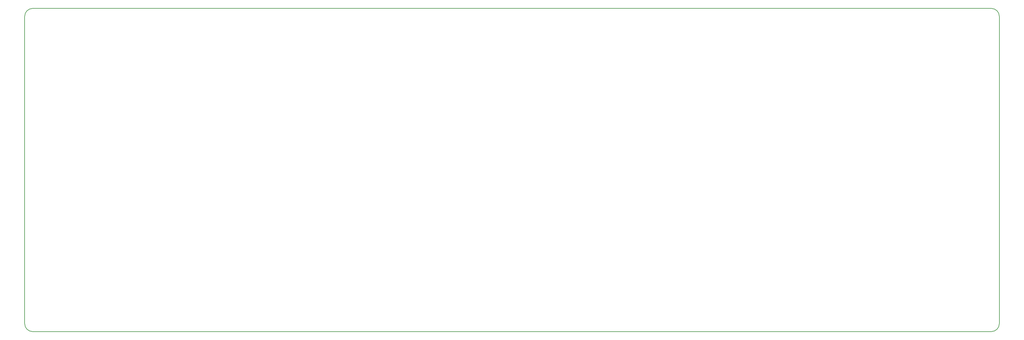
<source format=gbr>
G04 #@! TF.GenerationSoftware,KiCad,Pcbnew,(5.1.10-1-10_14)*
G04 #@! TF.CreationDate,2021-09-01T20:14:40+02:00*
G04 #@! TF.ProjectId,rosaline-ortho,726f7361-6c69-46e6-952d-6f7274686f2e,1.1*
G04 #@! TF.SameCoordinates,Original*
G04 #@! TF.FileFunction,Profile,NP*
%FSLAX46Y46*%
G04 Gerber Fmt 4.6, Leading zero omitted, Abs format (unit mm)*
G04 Created by KiCad (PCBNEW (5.1.10-1-10_14)) date 2021-09-01 20:14:40*
%MOMM*%
%LPD*%
G01*
G04 APERTURE LIST*
G04 #@! TA.AperFunction,Profile*
%ADD10C,0.150000*%
G04 #@! TD*
G04 APERTURE END LIST*
D10*
X9900000Y-147300000D02*
X9900000Y-57150000D01*
X292893750Y-149681250D02*
X12281250Y-149681250D01*
X295275000Y-57150000D02*
X295275000Y-147300000D01*
X12281250Y-54768750D02*
X292893750Y-54768750D01*
X292893750Y-54768750D02*
G75*
G02*
X295275000Y-57150000I0J-2381250D01*
G01*
X295275000Y-147300000D02*
G75*
G02*
X292893750Y-149681250I-2381250J0D01*
G01*
X12281250Y-149681250D02*
G75*
G02*
X9900000Y-147300000I0J2381250D01*
G01*
X9900000Y-57150000D02*
G75*
G02*
X12281250Y-54768750I2381250J0D01*
G01*
M02*

</source>
